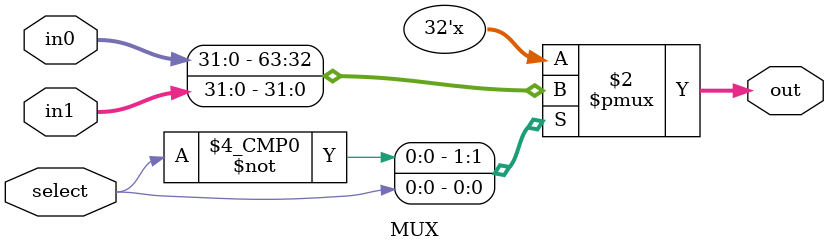
<source format=v>
`timescale 1ns / 1ps

module MUX(in0, in1, select, out);
    input [31:0] in0, in1;
    input select;
    output reg [31:0] out;
    
    always@(*) begin
        case(select)
            1'b0:out <= in0;
            1'b1:out <= in1;
            default: out <= 0;
        endcase
    end
    
endmodule
</source>
